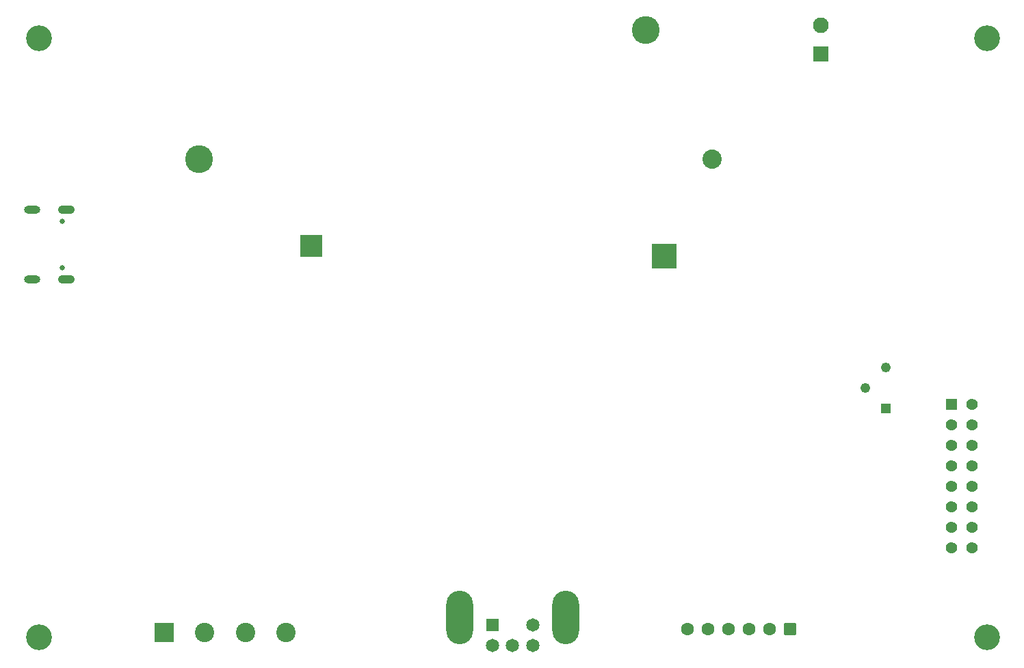
<source format=gbr>
%TF.GenerationSoftware,Altium Limited,Altium Designer,22.7.1 (60)*%
G04 Layer_Color=255*
%FSLAX43Y43*%
%MOMM*%
%TF.SameCoordinates,9F5AA4AF-AB1A-42FA-95B2-595A31CD3D24*%
%TF.FilePolarity,Positive*%
%TF.FileFunction,Pads,Bot*%
%TF.Part,Single*%
G01*
G75*
%TA.AperFunction,SMDPad,CuDef*%
%ADD32R,2.800X2.800*%
%ADD37R,3.100X3.100*%
%TA.AperFunction,ComponentPad*%
%ADD43O,2.000X1.000*%
%ADD44O,2.100X1.050*%
%ADD45C,0.650*%
%ADD46C,1.650*%
%ADD47R,1.650X1.650*%
%ADD48O,3.316X6.632*%
%ADD49C,3.450*%
%ADD50C,2.388*%
%ADD51C,1.600*%
G04:AMPARAMS|DCode=52|XSize=1.6mm|YSize=1.6mm|CornerRadius=0.32mm|HoleSize=0mm|Usage=FLASHONLY|Rotation=180.000|XOffset=0mm|YOffset=0mm|HoleType=Round|Shape=RoundedRectangle|*
%AMROUNDEDRECTD52*
21,1,1.600,0.960,0,0,180.0*
21,1,0.960,1.600,0,0,180.0*
1,1,0.640,-0.480,0.480*
1,1,0.640,0.480,0.480*
1,1,0.640,0.480,-0.480*
1,1,0.640,-0.480,-0.480*
%
%ADD52ROUNDEDRECTD52*%
%ADD53R,1.425X1.425*%
%ADD54C,1.425*%
%ADD55C,1.950*%
%ADD56R,1.950X1.950*%
%TA.AperFunction,ViaPad*%
%ADD57C,3.200*%
%TA.AperFunction,ComponentPad*%
%ADD58C,1.222*%
%ADD59R,1.222X1.222*%
%ADD60C,2.400*%
%ADD61R,2.400X2.400*%
D32*
X37566Y53013D02*
D03*
D37*
X81251Y51732D02*
D03*
D43*
X3020Y57530D02*
D03*
Y48890D02*
D03*
D44*
X7200Y57530D02*
D03*
Y48890D02*
D03*
D45*
X6700Y50320D02*
D03*
Y56100D02*
D03*
D46*
X59930Y3491D02*
D03*
X64930D02*
D03*
X62430D02*
D03*
X64930Y5991D02*
D03*
D47*
X59930D02*
D03*
D48*
X55880Y6991D02*
D03*
X68980D02*
D03*
D49*
X23653Y63780D02*
D03*
X78898Y79782D02*
D03*
D50*
X87128Y63780D02*
D03*
D51*
X89160Y5500D02*
D03*
X94240D02*
D03*
X91700D02*
D03*
X86620D02*
D03*
X84080D02*
D03*
D52*
X96780D02*
D03*
D53*
X116767Y33364D02*
D03*
D54*
X119307D02*
D03*
X116767Y30824D02*
D03*
X119307D02*
D03*
X116767Y28284D02*
D03*
X119307D02*
D03*
X116767Y25744D02*
D03*
X119307D02*
D03*
X116767Y23204D02*
D03*
X119307D02*
D03*
X116767Y20664D02*
D03*
X119307D02*
D03*
X116767Y18124D02*
D03*
X119307D02*
D03*
X116767Y15584D02*
D03*
X119307D02*
D03*
D55*
X100622Y80334D02*
D03*
D56*
Y76834D02*
D03*
D57*
X121158Y4510D02*
D03*
X121179Y78740D02*
D03*
X3810D02*
D03*
Y4510D02*
D03*
D58*
X108639Y37936D02*
D03*
X106099Y35396D02*
D03*
D59*
X108639Y32856D02*
D03*
D60*
X34358Y5086D02*
D03*
X29358D02*
D03*
X24358D02*
D03*
D61*
X19358D02*
D03*
%TF.MD5,08ec1c10a5724611309f097ed8d51705*%
M02*

</source>
